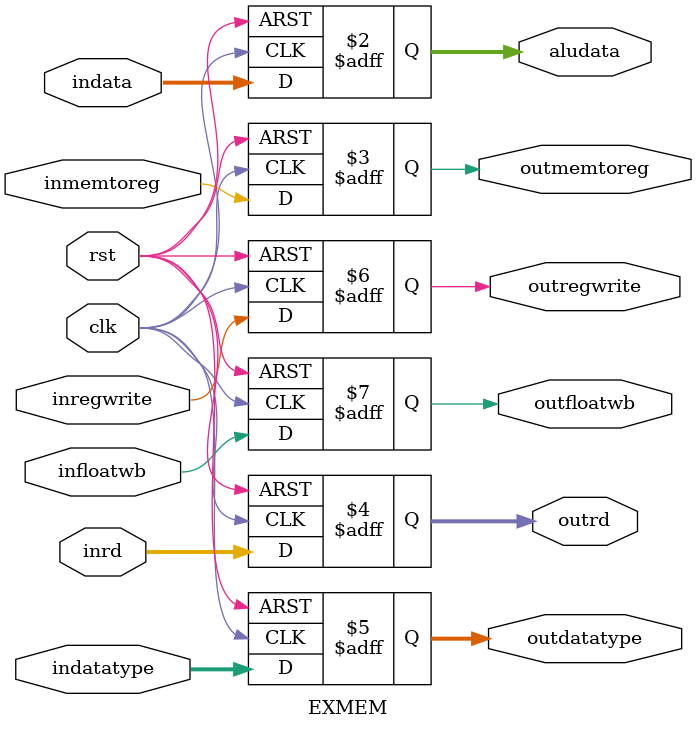
<source format=sv>
module EXMEM(
	input clk,
	input rst,
	input [31:0] indata,
	input inmemtoreg,
	input [4:0] inrd,
	input inregwrite,
	//input [31:0] inimm,
	input infloatwb,
	input [2:0] indatatype,
	output logic [31:0] aludata,
	output logic outmemtoreg,
	output logic [4:0] outrd,
	output logic [2:0] outdatatype,
	output logic outregwrite,
	output logic outfloatwb
);

	always_ff@(posedge clk or posedge rst)begin
		if(rst)begin
			aludata <= 32'd0;
			outmemtoreg <= 1'd0;
			outrd <= 5'd0;
			outdatatype <= 3'd0;
			outregwrite <= 1'b0;
			outfloatwb <= 1'b0;
		end else begin
			aludata <= indata;
			outmemtoreg <= inmemtoreg;
			outrd <= inrd;
			outdatatype <= indatatype;
			outregwrite <= inregwrite;
			outfloatwb <= infloatwb;
		end
	end

endmodule

</source>
